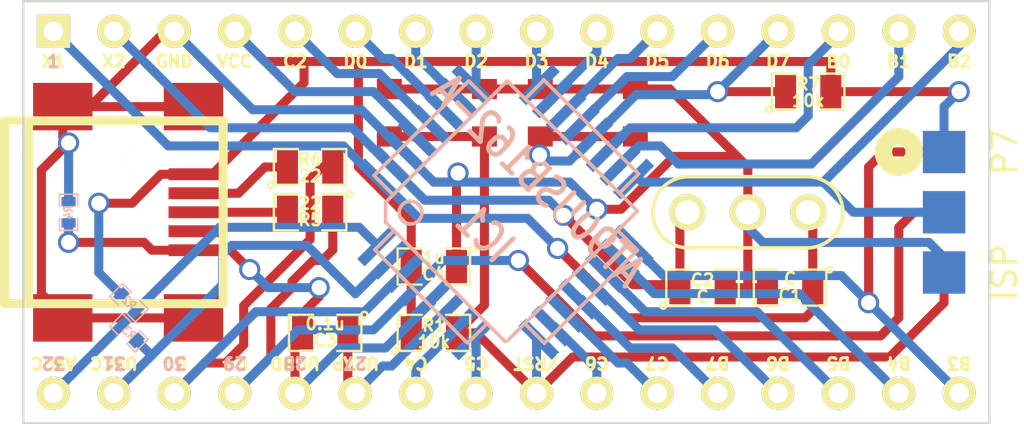
<source format=kicad_pcb>
(kicad_pcb (version 3) (host pcbnew "(2014-02-26 BZR 4721)-product")

  (general
    (links 77)
    (no_connects 0)
    (area 82.499999 95.199999 123.240001 113.080001)
    (thickness 1.6)
    (drawings 43)
    (tracks 309)
    (zones 0)
    (modules 21)
    (nets 36)
  )

  (page A4)
  (layers
    (15 F.Cu signal)
    (0 B.Cu signal)
    (16 B.Adhes user)
    (17 F.Adhes user)
    (18 B.Paste user)
    (19 F.Paste user)
    (20 B.SilkS user)
    (21 F.SilkS user)
    (22 B.Mask user)
    (23 F.Mask user)
    (24 Dwgs.User user)
    (25 Cmts.User user)
    (26 Eco1.User user)
    (27 Eco2.User user)
    (28 Edge.Cuts user)
  )

  (setup
    (last_trace_width 0.381)
    (user_trace_width 0.381)
    (user_trace_width 0.508)
    (trace_clearance 0.254)
    (zone_clearance 0.508)
    (zone_45_only no)
    (trace_min 0.254)
    (segment_width 0.2)
    (edge_width 0.1)
    (via_size 0.889)
    (via_drill 0.635)
    (via_min_size 0.889)
    (via_min_drill 0.508)
    (uvia_size 0.508)
    (uvia_drill 0.127)
    (uvias_allowed no)
    (uvia_min_size 0.508)
    (uvia_min_drill 0.127)
    (pcb_text_width 0.3)
    (pcb_text_size 1.5 1.5)
    (mod_edge_width 0.15)
    (mod_text_size 1 1)
    (mod_text_width 0.15)
    (pad_size 1.05 0.85)
    (pad_drill 0)
    (pad_to_mask_clearance 0)
    (aux_axis_origin 0 0)
    (visible_elements FFFFFF7F)
    (pcbplotparams
      (layerselection 3178497)
      (usegerberextensions true)
      (excludeedgelayer true)
      (linewidth 0.150000)
      (plotframeref false)
      (viasonmask false)
      (mode 1)
      (useauxorigin false)
      (hpglpennumber 1)
      (hpglpenspeed 20)
      (hpglpendiameter 15)
      (hpglpenoverlay 2)
      (psnegative false)
      (psa4output false)
      (plotreference true)
      (plotvalue true)
      (plotothertext true)
      (plotinvisibletext false)
      (padsonsilk false)
      (subtractmaskfromsilk false)
      (outputformat 1)
      (mirror false)
      (drillshape 1)
      (scaleselection 1)
      (outputdirectory ""))
  )

  (net 0 "")
  (net 1 /a1)
  (net 2 /a10)
  (net 3 /a11)
  (net 4 /a12)
  (net 5 /a13)
  (net 6 /a14)
  (net 7 /a15)
  (net 8 /a16)
  (net 9 /a17)
  (net 10 /a18)
  (net 11 /a19)
  (net 12 /a2)
  (net 13 /a20)
  (net 14 /a21)
  (net 15 /a22)
  (net 16 /a23)
  (net 17 /a24)
  (net 18 /a25)
  (net 19 /a26)
  (net 20 /a27)
  (net 21 /a28)
  (net 22 /a29)
  (net 23 /a30)
  (net 24 /a31)
  (net 25 /a32)
  (net 26 /a4)
  (net 27 /a5)
  (net 28 /a6)
  (net 29 /a7)
  (net 30 /a8)
  (net 31 /a9)
  (net 32 GND)
  (net 33 "Net-(CON1-Pad2)")
  (net 34 "Net-(CON1-Pad3)")
  (net 35 "Net-(CON1-Pad4)")

  (net_class Default "This is the default net class."
    (clearance 0.254)
    (trace_width 0.254)
    (via_dia 0.889)
    (via_drill 0.635)
    (uvia_dia 0.508)
    (uvia_drill 0.127)
    (add_net "")
    (add_net /a1)
    (add_net /a10)
    (add_net /a11)
    (add_net /a12)
    (add_net /a13)
    (add_net /a14)
    (add_net /a15)
    (add_net /a16)
    (add_net /a17)
    (add_net /a18)
    (add_net /a19)
    (add_net /a2)
    (add_net /a20)
    (add_net /a21)
    (add_net /a22)
    (add_net /a23)
    (add_net /a24)
    (add_net /a25)
    (add_net /a26)
    (add_net /a27)
    (add_net /a28)
    (add_net /a29)
    (add_net /a30)
    (add_net /a31)
    (add_net /a32)
    (add_net /a4)
    (add_net /a5)
    (add_net /a6)
    (add_net /a7)
    (add_net /a8)
    (add_net /a9)
    (add_net GND)
    (add_net "Net-(CON1-Pad2)")
    (add_net "Net-(CON1-Pad3)")
    (add_net "Net-(CON1-Pad4)")
  )

  (module conn:SIL-8 (layer F.Cu) (tedit 5384FD5A) (tstamp 5383A6F6)
    (at 113.03 96.52)
    (descr "Connecteur 8 pins")
    (tags "CONN DEV")
    (path /5383A0E4)
    (fp_text reference P3 (at -6.35 -2.54) (layer F.SilkS) hide
      (effects (font (size 1.72974 1.08712) (thickness 0.27178)))
    )
    (fp_text value CONN_8 (at 5.08 -2.54) (layer F.SilkS) hide
      (effects (font (size 1.524 1.016) (thickness 0.254)))
    )
    (pad 1 thru_hole circle (at -8.89 0) (size 1.397 1.397) (drill 0.8128) (layers *.Cu *.Mask F.SilkS)
      (net 31 /a9))
    (pad 2 thru_hole circle (at -6.35 0) (size 1.397 1.397) (drill 0.8128) (layers *.Cu *.Mask F.SilkS)
      (net 2 /a10))
    (pad 3 thru_hole circle (at -3.81 0) (size 1.397 1.397) (drill 0.8128) (layers *.Cu *.Mask F.SilkS)
      (net 3 /a11))
    (pad 4 thru_hole circle (at -1.27 0) (size 1.397 1.397) (drill 0.8128) (layers *.Cu *.Mask F.SilkS)
      (net 4 /a12))
    (pad 5 thru_hole circle (at 1.27 0) (size 1.397 1.397) (drill 0.8128) (layers *.Cu *.Mask F.SilkS)
      (net 5 /a13))
    (pad 6 thru_hole circle (at 3.81 0) (size 1.397 1.397) (drill 0.8128) (layers *.Cu *.Mask F.SilkS)
      (net 6 /a14))
    (pad 7 thru_hole circle (at 6.35 0) (size 1.397 1.397) (drill 0.8128) (layers *.Cu *.Mask F.SilkS)
      (net 7 /a15))
    (pad 8 thru_hole circle (at 8.89 0) (size 1.397 1.397) (drill 0.8128) (layers *.Cu *.Mask F.SilkS)
      (net 8 /a16))
  )

  (module conn:SIL-8 (layer F.Cu) (tedit 5384FD62) (tstamp 5383A6E5)
    (at 92.71 96.52)
    (descr "Connecteur 8 pins")
    (tags "CONN DEV")
    (path /5383A0D2)
    (fp_text reference P2 (at -6.35 -2.54) (layer F.SilkS) hide
      (effects (font (size 1.72974 1.08712) (thickness 0.27178)))
    )
    (fp_text value CONN_8 (at 5.08 -2.54) (layer F.SilkS) hide
      (effects (font (size 1.524 1.016) (thickness 0.254)))
    )
    (pad 1 thru_hole rect (at -8.89 0) (size 1.397 1.397) (drill 0.8128) (layers *.Cu *.Mask F.SilkS)
      (net 1 /a1))
    (pad 2 thru_hole circle (at -6.35 0) (size 1.397 1.397) (drill 0.8128) (layers *.Cu *.Mask F.SilkS)
      (net 12 /a2))
    (pad 3 thru_hole circle (at -3.81 0) (size 1.397 1.397) (drill 0.8128) (layers *.Cu *.Mask F.SilkS)
      (net 32 GND))
    (pad 4 thru_hole circle (at -1.27 0) (size 1.397 1.397) (drill 0.8128) (layers *.Cu *.Mask F.SilkS)
      (net 26 /a4))
    (pad 5 thru_hole circle (at 1.27 0) (size 1.397 1.397) (drill 0.8128) (layers *.Cu *.Mask F.SilkS)
      (net 27 /a5))
    (pad 6 thru_hole circle (at 3.81 0) (size 1.397 1.397) (drill 0.8128) (layers *.Cu *.Mask F.SilkS)
      (net 28 /a6))
    (pad 7 thru_hole circle (at 6.35 0) (size 1.397 1.397) (drill 0.8128) (layers *.Cu *.Mask F.SilkS)
      (net 29 /a7))
    (pad 8 thru_hole circle (at 8.89 0) (size 1.397 1.397) (drill 0.8128) (layers *.Cu *.Mask F.SilkS)
      (net 30 /a8))
  )

  (module conn:SIL-8 (layer F.Cu) (tedit 5384EA5C) (tstamp 5383A718)
    (at 92.71 111.76 180)
    (descr "Connecteur 8 pins")
    (tags "CONN DEV")
    (path /5383A11E)
    (fp_text reference P5 (at -6.35 -2.54 180) (layer F.SilkS) hide
      (effects (font (size 1.72974 1.08712) (thickness 0.27178)))
    )
    (fp_text value CONN_8 (at 5.08 -2.54 180) (layer F.SilkS) hide
      (effects (font (size 1.524 1.016) (thickness 0.254)))
    )
    (pad 1 thru_hole circle (at -8.89 0 180) (size 1.397 1.397) (drill 0.8128) (layers *.Cu *.Mask F.SilkS)
      (net 18 /a25))
    (pad 2 thru_hole circle (at -6.35 0 180) (size 1.397 1.397) (drill 0.8128) (layers *.Cu *.Mask F.SilkS)
      (net 19 /a26))
    (pad 3 thru_hole circle (at -3.81 0 180) (size 1.397 1.397) (drill 0.8128) (layers *.Cu *.Mask F.SilkS)
      (net 20 /a27))
    (pad 4 thru_hole circle (at -1.27 0 180) (size 1.397 1.397) (drill 0.8128) (layers *.Cu *.Mask F.SilkS)
      (net 21 /a28))
    (pad 5 thru_hole circle (at 1.27 0 180) (size 1.397 1.397) (drill 0.8128) (layers *.Cu *.Mask F.SilkS)
      (net 22 /a29))
    (pad 6 thru_hole circle (at 3.81 0 180) (size 1.397 1.397) (drill 0.8128) (layers *.Cu *.Mask F.SilkS)
      (net 23 /a30))
    (pad 7 thru_hole circle (at 6.35 0 180) (size 1.397 1.397) (drill 0.8128) (layers *.Cu *.Mask F.SilkS)
      (net 24 /a31))
    (pad 8 thru_hole circle (at 8.89 0 180) (size 1.397 1.397) (drill 0.8128) (layers *.Cu *.Mask F.SilkS)
      (net 25 /a32))
  )

  (module conn:SIL-8 (layer F.Cu) (tedit 5384F17B) (tstamp 5383A707)
    (at 113.03 111.76 180)
    (descr "Connecteur 8 pins")
    (tags "CONN DEV")
    (path /5383A113)
    (fp_text reference P4 (at -6.35 -2.54 180) (layer F.SilkS) hide
      (effects (font (size 1.72974 1.08712) (thickness 0.27178)))
    )
    (fp_text value CONN_8 (at 5.08 -2.54 180) (layer F.SilkS) hide
      (effects (font (size 1.524 1.016) (thickness 0.254)))
    )
    (pad 1 thru_hole circle (at -8.89 0 180) (size 1.397 1.397) (drill 0.8128) (layers *.Cu *.Mask F.SilkS)
      (net 9 /a17))
    (pad 2 thru_hole circle (at -6.35 0 180) (size 1.397 1.397) (drill 0.8128) (layers *.Cu *.Mask F.SilkS)
      (net 10 /a18))
    (pad 3 thru_hole circle (at -3.81 0 180) (size 1.397 1.397) (drill 0.8128) (layers *.Cu *.Mask F.SilkS)
      (net 11 /a19))
    (pad 4 thru_hole circle (at -1.27 0 180) (size 1.397 1.397) (drill 0.8128) (layers *.Cu *.Mask F.SilkS)
      (net 13 /a20))
    (pad 5 thru_hole circle (at 1.27 0 180) (size 1.397 1.397) (drill 0.8128) (layers *.Cu *.Mask F.SilkS)
      (net 14 /a21))
    (pad 6 thru_hole circle (at 3.81 0 180) (size 1.397 1.397) (drill 0.8128) (layers *.Cu *.Mask F.SilkS)
      (net 15 /a22))
    (pad 7 thru_hole circle (at 6.35 0 180) (size 1.397 1.397) (drill 0.8128) (layers *.Cu *.Mask F.SilkS)
      (net 16 /a23))
    (pad 8 thru_hole circle (at 8.89 0 180) (size 1.397 1.397) (drill 0.8128) (layers *.Cu *.Mask F.SilkS)
      (net 17 /a24))
  )

  (module cms:TQFP32 (layer B.Cu) (tedit 43A670DA) (tstamp 5383A69E)
    (at 102.87 104.14 315)
    (path /5383A972)
    (fp_text reference IC1 (at 0 1.27 315) (layer B.SilkS)
      (effects (font (size 1.27 1.016) (thickness 0.2032)) (justify mirror))
    )
    (fp_text value AT90USB162-A (at 0 -1.905 315) (layer B.SilkS)
      (effects (font (size 1.27 1.016) (thickness 0.2032)) (justify mirror))
    )
    (fp_line (start 5.0292 -2.7686) (end 3.8862 -2.7686) (layer B.SilkS) (width 0.1524))
    (fp_line (start 5.0292 2.7686) (end 3.9116 2.7686) (layer B.SilkS) (width 0.1524))
    (fp_line (start 5.0292 -2.7686) (end 5.0292 2.7686) (layer B.SilkS) (width 0.1524))
    (fp_line (start 2.794 -3.9624) (end 2.794 -5.0546) (layer B.SilkS) (width 0.1524))
    (fp_line (start -2.8194 -3.9878) (end -2.8194 -5.0546) (layer B.SilkS) (width 0.1524))
    (fp_line (start -2.8448 -5.0546) (end 2.794 -5.08) (layer B.SilkS) (width 0.1524))
    (fp_line (start -2.794 5.0292) (end 2.7178 5.0546) (layer B.SilkS) (width 0.1524))
    (fp_line (start -3.8862 3.2766) (end -3.8862 -3.9116) (layer B.SilkS) (width 0.1524))
    (fp_line (start 2.7432 5.0292) (end 2.7432 3.9878) (layer B.SilkS) (width 0.1524))
    (fp_line (start -3.2512 3.8862) (end 3.81 3.8862) (layer B.SilkS) (width 0.1524))
    (fp_line (start 3.8608 -3.937) (end 3.8608 3.7846) (layer B.SilkS) (width 0.1524))
    (fp_line (start -3.8862 -3.937) (end 3.7338 -3.937) (layer B.SilkS) (width 0.1524))
    (fp_line (start -5.0292 2.8448) (end -5.0292 -2.794) (layer B.SilkS) (width 0.1524))
    (fp_line (start -5.0292 -2.794) (end -3.8862 -2.794) (layer B.SilkS) (width 0.1524))
    (fp_line (start -3.87604 3.302) (end -3.29184 3.8862) (layer B.SilkS) (width 0.1524))
    (fp_line (start -5.02412 2.8448) (end -3.87604 2.8448) (layer B.SilkS) (width 0.1524))
    (fp_line (start -2.794 3.8862) (end -2.794 5.03428) (layer B.SilkS) (width 0.1524))
    (fp_circle (center -2.83972 2.86004) (end -2.43332 2.60604) (layer B.SilkS) (width 0.1524))
    (pad 8 smd rect (at -4.81584 -2.77622 315) (size 1.99898 0.44958) (layers B.Cu B.Paste B.Mask)
      (net 30 /a8))
    (pad 7 smd rect (at -4.81584 -1.97612 315) (size 1.99898 0.44958) (layers B.Cu B.Paste B.Mask)
      (net 29 /a7))
    (pad 6 smd rect (at -4.81584 -1.17602 315) (size 1.99898 0.44958) (layers B.Cu B.Paste B.Mask)
      (net 28 /a6))
    (pad 5 smd rect (at -4.81584 -0.37592 315) (size 1.99898 0.44958) (layers B.Cu B.Paste B.Mask)
      (net 27 /a5))
    (pad 4 smd rect (at -4.81584 0.42418 315) (size 1.99898 0.44958) (layers B.Cu B.Paste B.Mask)
      (net 26 /a4))
    (pad 3 smd rect (at -4.81584 1.22428 315) (size 1.99898 0.44958) (layers B.Cu B.Paste B.Mask)
      (net 32 GND))
    (pad 2 smd rect (at -4.81584 2.02438 315) (size 1.99898 0.44958) (layers B.Cu B.Paste B.Mask)
      (net 12 /a2))
    (pad 1 smd rect (at -4.81584 2.82448 315) (size 1.99898 0.44958) (layers B.Cu B.Paste B.Mask)
      (net 1 /a1))
    (pad 24 smd rect (at 4.7498 2.8194 315) (size 1.99898 0.44958) (layers B.Cu B.Paste B.Mask)
      (net 17 /a24))
    (pad 17 smd rect (at 4.7498 -2.794 315) (size 1.99898 0.44958) (layers B.Cu B.Paste B.Mask)
      (net 9 /a17))
    (pad 18 smd rect (at 4.7498 -1.9812 315) (size 1.99898 0.44958) (layers B.Cu B.Paste B.Mask)
      (net 10 /a18))
    (pad 19 smd rect (at 4.7498 -1.1684 315) (size 1.99898 0.44958) (layers B.Cu B.Paste B.Mask)
      (net 11 /a19))
    (pad 20 smd rect (at 4.7498 -0.381 315) (size 1.99898 0.44958) (layers B.Cu B.Paste B.Mask)
      (net 13 /a20))
    (pad 21 smd rect (at 4.7498 0.4318 315) (size 1.99898 0.44958) (layers B.Cu B.Paste B.Mask)
      (net 14 /a21))
    (pad 22 smd rect (at 4.7498 1.2192 315) (size 1.99898 0.44958) (layers B.Cu B.Paste B.Mask)
      (net 15 /a22))
    (pad 23 smd rect (at 4.7498 2.032 315) (size 1.99898 0.44958) (layers B.Cu B.Paste B.Mask)
      (net 16 /a23))
    (pad 32 smd rect (at -2.82448 4.826 315) (size 0.44958 1.99898) (layers B.Cu B.Paste B.Mask)
      (net 25 /a32))
    (pad 31 smd rect (at -2.02692 4.826 315) (size 0.44958 1.99898) (layers B.Cu B.Paste B.Mask)
      (net 24 /a31))
    (pad 30 smd rect (at -1.22428 4.826 315) (size 0.44958 1.99898) (layers B.Cu B.Paste B.Mask)
      (net 23 /a30))
    (pad 29 smd rect (at -0.42672 4.826 315) (size 0.44958 1.99898) (layers B.Cu B.Paste B.Mask)
      (net 22 /a29))
    (pad 28 smd rect (at 0.37592 4.826 315) (size 0.44958 1.99898) (layers B.Cu B.Paste B.Mask)
      (net 21 /a28))
    (pad 27 smd rect (at 1.17348 4.826 315) (size 0.44958 1.99898) (layers B.Cu B.Paste B.Mask)
      (net 20 /a27))
    (pad 26 smd rect (at 1.97612 4.826 315) (size 0.44958 1.99898) (layers B.Cu B.Paste B.Mask)
      (net 19 /a26))
    (pad 25 smd rect (at 2.77368 4.826 315) (size 0.44958 1.99898) (layers B.Cu B.Paste B.Mask)
      (net 18 /a25))
    (pad 9 smd rect (at -2.8194 -4.7752 315) (size 0.44958 1.99898) (layers B.Cu B.Paste B.Mask)
      (net 31 /a9))
    (pad 10 smd rect (at -2.032 -4.7752 315) (size 0.44958 1.99898) (layers B.Cu B.Paste B.Mask)
      (net 2 /a10))
    (pad 11 smd rect (at -1.2192 -4.7752 315) (size 0.44958 1.99898) (layers B.Cu B.Paste B.Mask)
      (net 3 /a11))
    (pad 12 smd rect (at -0.4318 -4.7752 315) (size 0.44958 1.99898) (layers B.Cu B.Paste B.Mask)
      (net 4 /a12))
    (pad 13 smd rect (at 0.3556 -4.7752 315) (size 0.44958 1.99898) (layers B.Cu B.Paste B.Mask)
      (net 5 /a13))
    (pad 14 smd rect (at 1.1684 -4.7752 315) (size 0.44958 1.99898) (layers B.Cu B.Paste B.Mask)
      (net 6 /a14))
    (pad 15 smd rect (at 1.9812 -4.7752 315) (size 0.44958 1.99898) (layers B.Cu B.Paste B.Mask)
      (net 7 /a15))
    (pad 16 smd rect (at 2.794 -4.7752 315) (size 0.44958 1.99898) (layers B.Cu B.Paste B.Mask)
      (net 8 /a16))
    (model smd/tqfp32.wrl
      (at (xyz 0 0 0))
      (scale (xyz 1 1 1))
      (rotate (xyz 0 0 0))
    )
  )

  (module custom:USB_MINI_B_fixed (layer F.Cu) (tedit 5384EA54) (tstamp 53841F0C)
    (at 86.36 104.14)
    (descr "USB Mini-B 5-pin SMD connector")
    (tags "USB, Mini-B, connector")
    (path /5383AE73)
    (fp_text reference CON1 (at 0 6.90118) (layer F.SilkS) hide
      (effects (font (size 1.016 1.016) (thickness 0.2032)))
    )
    (fp_text value USB-MINI-B (at 0 -7.0993) (layer F.SilkS) hide
      (effects (font (size 1.016 1.016) (thickness 0.2032)))
    )
    (fp_line (start -3.59918 -3.85064) (end -3.59918 3.85064) (layer F.SilkS) (width 0.381))
    (fp_line (start -4.59994 -3.85064) (end -4.59994 3.85064) (layer F.SilkS) (width 0.381))
    (fp_line (start -4.59994 3.85064) (end 4.59994 3.85064) (layer F.SilkS) (width 0.381))
    (fp_line (start 4.59994 3.85064) (end 4.59994 -3.85064) (layer F.SilkS) (width 0.381))
    (fp_line (start 4.59994 -3.85064) (end -4.59994 -3.85064) (layer F.SilkS) (width 0.381))
    (pad 1 smd rect (at 3.44932 -1.6002) (size 2.30124 0.50038) (layers F.Cu F.Paste F.Mask)
      (net 26 /a4))
    (pad 2 smd rect (at 3.44932 -0.8001) (size 2.30124 0.50038) (layers F.Cu F.Paste F.Mask)
      (net 33 "Net-(CON1-Pad2)"))
    (pad 3 smd rect (at 3.44932 0) (size 2.30124 0.50038) (layers F.Cu F.Paste F.Mask)
      (net 34 "Net-(CON1-Pad3)"))
    (pad 4 smd rect (at 3.44932 0.8001) (size 2.30124 0.50038) (layers F.Cu F.Paste F.Mask)
      (net 35 "Net-(CON1-Pad4)"))
    (pad 5 smd rect (at 3.44932 1.6002) (size 2.30124 0.50038) (layers F.Cu F.Paste F.Mask)
      (net 21 /a28))
    (pad 6 smd rect (at 3.35026 -4.45008) (size 2.49936 1.99898) (layers F.Cu F.Paste F.Mask)
      (net 32 GND))
    (pad 7 smd rect (at -2.14884 -4.45008) (size 2.49936 1.99898) (layers F.Cu F.Paste F.Mask)
      (net 32 GND))
    (pad 8 smd rect (at 3.35026 4.45008) (size 2.49936 1.99898) (layers F.Cu F.Paste F.Mask)
      (net 32 GND))
    (pad 9 smd rect (at -2.14884 4.45008) (size 2.49936 1.99898) (layers F.Cu F.Paste F.Mask)
      (net 32 GND))
    (pad "" np_thru_hole circle (at 0.8509 -2.19964) (size 0.89916 0.89916) (drill 0.89916) (layers *.Cu *.Mask F.SilkS))
    (pad "" np_thru_hole circle (at 0.8509 2.19964) (size 0.89916 0.89916) (drill 0.89916) (layers *.Cu *.Mask F.SilkS))
  )

  (module cms:SM0805 (layer F.Cu) (tedit 5091495C) (tstamp 538504CE)
    (at 114.808 107.315 180)
    (path /5384F1DD)
    (attr smd)
    (fp_text reference C1 (at 0 -0.3175 180) (layer F.SilkS)
      (effects (font (size 0.50038 0.50038) (thickness 0.10922)))
    )
    (fp_text value C (at 0 0.381 180) (layer F.SilkS)
      (effects (font (size 0.50038 0.50038) (thickness 0.10922)))
    )
    (fp_circle (center -1.651 0.762) (end -1.651 0.635) (layer F.SilkS) (width 0.09906))
    (fp_line (start -0.508 0.762) (end -1.524 0.762) (layer F.SilkS) (width 0.09906))
    (fp_line (start -1.524 0.762) (end -1.524 -0.762) (layer F.SilkS) (width 0.09906))
    (fp_line (start -1.524 -0.762) (end -0.508 -0.762) (layer F.SilkS) (width 0.09906))
    (fp_line (start 0.508 -0.762) (end 1.524 -0.762) (layer F.SilkS) (width 0.09906))
    (fp_line (start 1.524 -0.762) (end 1.524 0.762) (layer F.SilkS) (width 0.09906))
    (fp_line (start 1.524 0.762) (end 0.508 0.762) (layer F.SilkS) (width 0.09906))
    (pad 1 smd rect (at -0.9525 0 180) (size 0.889 1.397) (layers F.Cu F.Paste F.Mask)
      (net 1 /a1))
    (pad 2 smd rect (at 0.9525 0 180) (size 0.889 1.397) (layers F.Cu F.Paste F.Mask)
      (net 32 GND))
    (model smd/chip_cms.wrl
      (at (xyz 0 0 0))
      (scale (xyz 0.1 0.1 0.1))
      (rotate (xyz 0 0 0))
    )
  )

  (module cms:SM0805 (layer F.Cu) (tedit 5091495C) (tstamp 538504C0)
    (at 111.125 107.315)
    (path /5384F1EF)
    (attr smd)
    (fp_text reference C2 (at 0 -0.3175) (layer F.SilkS)
      (effects (font (size 0.50038 0.50038) (thickness 0.10922)))
    )
    (fp_text value C (at 0 0.381) (layer F.SilkS)
      (effects (font (size 0.50038 0.50038) (thickness 0.10922)))
    )
    (fp_circle (center -1.651 0.762) (end -1.651 0.635) (layer F.SilkS) (width 0.09906))
    (fp_line (start -0.508 0.762) (end -1.524 0.762) (layer F.SilkS) (width 0.09906))
    (fp_line (start -1.524 0.762) (end -1.524 -0.762) (layer F.SilkS) (width 0.09906))
    (fp_line (start -1.524 -0.762) (end -0.508 -0.762) (layer F.SilkS) (width 0.09906))
    (fp_line (start 0.508 -0.762) (end 1.524 -0.762) (layer F.SilkS) (width 0.09906))
    (fp_line (start 1.524 -0.762) (end 1.524 0.762) (layer F.SilkS) (width 0.09906))
    (fp_line (start 1.524 0.762) (end 0.508 0.762) (layer F.SilkS) (width 0.09906))
    (pad 1 smd rect (at -0.9525 0) (size 0.889 1.397) (layers F.Cu F.Paste F.Mask)
      (net 12 /a2))
    (pad 2 smd rect (at 0.9525 0) (size 0.889 1.397) (layers F.Cu F.Paste F.Mask)
      (net 32 GND))
    (model smd/chip_cms.wrl
      (at (xyz 0 0 0))
      (scale (xyz 0.1 0.1 0.1))
      (rotate (xyz 0 0 0))
    )
  )

  (module cms:SM0805 (layer F.Cu) (tedit 5091495C) (tstamp 53854F89)
    (at 95.25 109.22 180)
    (path /53850024)
    (attr smd)
    (fp_text reference C3 (at 0 -0.3175 180) (layer F.SilkS)
      (effects (font (size 0.50038 0.50038) (thickness 0.10922)))
    )
    (fp_text value 0.1u (at 0 0.381 180) (layer F.SilkS)
      (effects (font (size 0.50038 0.50038) (thickness 0.10922)))
    )
    (fp_circle (center -1.651 0.762) (end -1.651 0.635) (layer F.SilkS) (width 0.09906))
    (fp_line (start -0.508 0.762) (end -1.524 0.762) (layer F.SilkS) (width 0.09906))
    (fp_line (start -1.524 0.762) (end -1.524 -0.762) (layer F.SilkS) (width 0.09906))
    (fp_line (start -1.524 -0.762) (end -0.508 -0.762) (layer F.SilkS) (width 0.09906))
    (fp_line (start 0.508 -0.762) (end 1.524 -0.762) (layer F.SilkS) (width 0.09906))
    (fp_line (start 1.524 -0.762) (end 1.524 0.762) (layer F.SilkS) (width 0.09906))
    (fp_line (start 1.524 0.762) (end 0.508 0.762) (layer F.SilkS) (width 0.09906))
    (pad 1 smd rect (at -0.9525 0 180) (size 0.889 1.397) (layers F.Cu F.Paste F.Mask)
      (net 20 /a27))
    (pad 2 smd rect (at 0.9525 0 180) (size 0.889 1.397) (layers F.Cu F.Paste F.Mask)
      (net 21 /a28))
    (model smd/chip_cms.wrl
      (at (xyz 0 0 0))
      (scale (xyz 0.1 0.1 0.1))
      (rotate (xyz 0 0 0))
    )
  )

  (module cms:SM0805 (layer F.Cu) (tedit 5091495C) (tstamp 53854FA1)
    (at 99.822 109.22)
    (path /5384ED29)
    (attr smd)
    (fp_text reference R1 (at 0 -0.3175) (layer F.SilkS)
      (effects (font (size 0.50038 0.50038) (thickness 0.10922)))
    )
    (fp_text value 10k (at 0 0.381) (layer F.SilkS)
      (effects (font (size 0.50038 0.50038) (thickness 0.10922)))
    )
    (fp_circle (center -1.651 0.762) (end -1.651 0.635) (layer F.SilkS) (width 0.09906))
    (fp_line (start -0.508 0.762) (end -1.524 0.762) (layer F.SilkS) (width 0.09906))
    (fp_line (start -1.524 0.762) (end -1.524 -0.762) (layer F.SilkS) (width 0.09906))
    (fp_line (start -1.524 -0.762) (end -0.508 -0.762) (layer F.SilkS) (width 0.09906))
    (fp_line (start 0.508 -0.762) (end 1.524 -0.762) (layer F.SilkS) (width 0.09906))
    (fp_line (start 1.524 -0.762) (end 1.524 0.762) (layer F.SilkS) (width 0.09906))
    (fp_line (start 1.524 0.762) (end 0.508 0.762) (layer F.SilkS) (width 0.09906))
    (pad 1 smd rect (at -0.9525 0) (size 0.889 1.397) (layers F.Cu F.Paste F.Mask)
      (net 26 /a4))
    (pad 2 smd rect (at 0.9525 0) (size 0.889 1.397) (layers F.Cu F.Paste F.Mask)
      (net 17 /a24))
    (model smd/chip_cms.wrl
      (at (xyz 0 0 0))
      (scale (xyz 0.1 0.1 0.1))
      (rotate (xyz 0 0 0))
    )
  )

  (module cms:SM0402_r (layer B.Cu) (tedit 5141C458) (tstamp 53854FAD)
    (at 86.995 107.95 315)
    (path /5384F97D)
    (attr smd)
    (fp_text reference R2 (at 0 0 315) (layer B.SilkS)
      (effects (font (size 0.35052 0.3048) (thickness 0.07112)) (justify mirror))
    )
    (fp_text value 0 (at 0.09906 0 315) (layer B.SilkS) hide
      (effects (font (size 0.35052 0.3048) (thickness 0.07112)) (justify mirror))
    )
    (fp_line (start -0.254 0.381) (end -0.762 0.381) (layer B.SilkS) (width 0.07112))
    (fp_line (start -0.762 0.381) (end -0.762 -0.381) (layer B.SilkS) (width 0.07112))
    (fp_line (start -0.762 -0.381) (end -0.254 -0.381) (layer B.SilkS) (width 0.07112))
    (fp_line (start 0.254 0.381) (end 0.762 0.381) (layer B.SilkS) (width 0.07112))
    (fp_line (start 0.762 0.381) (end 0.762 -0.381) (layer B.SilkS) (width 0.07112))
    (fp_line (start 0.762 -0.381) (end 0.254 -0.381) (layer B.SilkS) (width 0.07112))
    (pad 1 smd rect (at -0.44958 0 315) (size 0.39878 0.59944) (layers B.Cu B.Paste B.Mask)
      (net 26 /a4))
    (pad 2 smd rect (at 0.44958 0 315) (size 0.39878 0.59944) (layers B.Cu B.Paste B.Mask)
      (net 25 /a32))
    (model smd/resistors/R0402.wrl
      (at (xyz 0 0 0))
      (scale (xyz 0.27 0.27 0.27))
      (rotate (xyz 0 0 0))
    )
  )

  (module cms:SM0402_r (layer B.Cu) (tedit 5141C458) (tstamp 53854FB9)
    (at 86.995 109.22 135)
    (path /5384F994)
    (attr smd)
    (fp_text reference R3 (at 0 0 135) (layer B.SilkS)
      (effects (font (size 0.35052 0.3048) (thickness 0.07112)) (justify mirror))
    )
    (fp_text value 0 (at 0.09906 0 135) (layer B.SilkS) hide
      (effects (font (size 0.35052 0.3048) (thickness 0.07112)) (justify mirror))
    )
    (fp_line (start -0.254 0.381) (end -0.762 0.381) (layer B.SilkS) (width 0.07112))
    (fp_line (start -0.762 0.381) (end -0.762 -0.381) (layer B.SilkS) (width 0.07112))
    (fp_line (start -0.762 -0.381) (end -0.254 -0.381) (layer B.SilkS) (width 0.07112))
    (fp_line (start 0.254 0.381) (end 0.762 0.381) (layer B.SilkS) (width 0.07112))
    (fp_line (start 0.762 0.381) (end 0.762 -0.381) (layer B.SilkS) (width 0.07112))
    (fp_line (start 0.762 -0.381) (end 0.254 -0.381) (layer B.SilkS) (width 0.07112))
    (pad 1 smd rect (at -0.44958 0 135) (size 0.39878 0.59944) (layers B.Cu B.Paste B.Mask)
      (net 24 /a31))
    (pad 2 smd rect (at 0.44958 0 135) (size 0.39878 0.59944) (layers B.Cu B.Paste B.Mask)
      (net 25 /a32))
    (model smd/resistors/R0402.wrl
      (at (xyz 0 0 0))
      (scale (xyz 0.27 0.27 0.27))
      (rotate (xyz 0 0 0))
    )
  )

  (module cms:SM0402_r (layer B.Cu) (tedit 5141C458) (tstamp 53854FC5)
    (at 84.455 104.14 270)
    (path /5384FE1C)
    (attr smd)
    (fp_text reference R4 (at 0 0 270) (layer B.SilkS)
      (effects (font (size 0.35052 0.3048) (thickness 0.07112)) (justify mirror))
    )
    (fp_text value 0 (at 0.09906 0 270) (layer B.SilkS) hide
      (effects (font (size 0.35052 0.3048) (thickness 0.07112)) (justify mirror))
    )
    (fp_line (start -0.254 0.381) (end -0.762 0.381) (layer B.SilkS) (width 0.07112))
    (fp_line (start -0.762 0.381) (end -0.762 -0.381) (layer B.SilkS) (width 0.07112))
    (fp_line (start -0.762 -0.381) (end -0.254 -0.381) (layer B.SilkS) (width 0.07112))
    (fp_line (start 0.254 0.381) (end 0.762 0.381) (layer B.SilkS) (width 0.07112))
    (fp_line (start 0.762 0.381) (end 0.762 -0.381) (layer B.SilkS) (width 0.07112))
    (fp_line (start 0.762 -0.381) (end 0.254 -0.381) (layer B.SilkS) (width 0.07112))
    (pad 1 smd rect (at -0.44958 0 270) (size 0.39878 0.59944) (layers B.Cu B.Paste B.Mask)
      (net 32 GND))
    (pad 2 smd rect (at 0.44958 0 270) (size 0.39878 0.59944) (layers B.Cu B.Paste B.Mask)
      (net 21 /a28))
    (model smd/resistors/R0402.wrl
      (at (xyz 0 0 0))
      (scale (xyz 0.27 0.27 0.27))
      (rotate (xyz 0 0 0))
    )
  )

  (module custom:CRYSTAL_RESONATOR (layer F.Cu) (tedit 53850784) (tstamp 5385510B)
    (at 113.03 104.14 180)
    (tags "XTAL RESONATOR")
    (path /5384EFA0)
    (fp_text reference X1 (at 0.254 -2.159 180) (layer F.SilkS) hide
      (effects (font (size 1.016 1.016) (thickness 0.1524)))
    )
    (fp_text value CRYSTAL_RESONATOR (at -1.27 -1.016 180) (layer F.SilkS) hide
      (effects (font (size 0.508 0.508) (thickness 0.127)))
    )
    (fp_line (start 2.5 1.5) (end -2.5 1.5) (layer F.SilkS) (width 0.15))
    (fp_line (start -2.5 -1.5) (end 2.5 -1.5) (layer F.SilkS) (width 0.15))
    (fp_arc (start 2.5 0) (end 2.5 -1.5) (angle 180) (layer F.SilkS) (width 0.15))
    (fp_arc (start -2.5 0) (end -2.5 1.5) (angle 180) (layer F.SilkS) (width 0.15))
    (pad 1 thru_hole circle (at -2.54 0 180) (size 1.524 1.524) (drill 1.016) (layers *.Cu *.Mask F.SilkS)
      (net 1 /a1))
    (pad 2 thru_hole circle (at 2.54 0 180) (size 1.524 1.524) (drill 1.016) (layers *.Cu *.Mask F.SilkS)
      (net 12 /a2))
    (pad 3 thru_hole circle (at 0 0 180) (size 1.524 1.524) (drill 1.016) (layers *.Cu *.Mask F.SilkS)
      (net 32 GND))
    (model pin_array/pins_array_3x1.wrl
      (at (xyz 0 0 0))
      (scale (xyz 1 1 1))
      (rotate (xyz 0 0 0))
    )
  )

  (module cms:SM0805 (layer F.Cu) (tedit 5091495C) (tstamp 538CF59F)
    (at 94.615 104.14 180)
    (path /538CF296)
    (attr smd)
    (fp_text reference R5 (at 0 -0.3175 180) (layer F.SilkS)
      (effects (font (size 0.50038 0.50038) (thickness 0.10922)))
    )
    (fp_text value 22 (at 0 0.381 180) (layer F.SilkS)
      (effects (font (size 0.50038 0.50038) (thickness 0.10922)))
    )
    (fp_circle (center -1.651 0.762) (end -1.651 0.635) (layer F.SilkS) (width 0.09906))
    (fp_line (start -0.508 0.762) (end -1.524 0.762) (layer F.SilkS) (width 0.09906))
    (fp_line (start -1.524 0.762) (end -1.524 -0.762) (layer F.SilkS) (width 0.09906))
    (fp_line (start -1.524 -0.762) (end -0.508 -0.762) (layer F.SilkS) (width 0.09906))
    (fp_line (start 0.508 -0.762) (end 1.524 -0.762) (layer F.SilkS) (width 0.09906))
    (fp_line (start 1.524 -0.762) (end 1.524 0.762) (layer F.SilkS) (width 0.09906))
    (fp_line (start 1.524 0.762) (end 0.508 0.762) (layer F.SilkS) (width 0.09906))
    (pad 1 smd rect (at -0.9525 0 180) (size 0.889 1.397) (layers F.Cu F.Paste F.Mask)
      (net 22 /a29))
    (pad 2 smd rect (at 0.9525 0 180) (size 0.889 1.397) (layers F.Cu F.Paste F.Mask)
      (net 34 "Net-(CON1-Pad3)"))
    (model smd/chip_cms.wrl
      (at (xyz 0 0 0))
      (scale (xyz 0.1 0.1 0.1))
      (rotate (xyz 0 0 0))
    )
  )

  (module cms:SM0805 (layer F.Cu) (tedit 5091495C) (tstamp 538CF5AC)
    (at 94.615 102.235)
    (path /538CF2B4)
    (attr smd)
    (fp_text reference R6 (at 0 -0.3175) (layer F.SilkS)
      (effects (font (size 0.50038 0.50038) (thickness 0.10922)))
    )
    (fp_text value 22 (at 0 0.381) (layer F.SilkS)
      (effects (font (size 0.50038 0.50038) (thickness 0.10922)))
    )
    (fp_circle (center -1.651 0.762) (end -1.651 0.635) (layer F.SilkS) (width 0.09906))
    (fp_line (start -0.508 0.762) (end -1.524 0.762) (layer F.SilkS) (width 0.09906))
    (fp_line (start -1.524 0.762) (end -1.524 -0.762) (layer F.SilkS) (width 0.09906))
    (fp_line (start -1.524 -0.762) (end -0.508 -0.762) (layer F.SilkS) (width 0.09906))
    (fp_line (start 0.508 -0.762) (end 1.524 -0.762) (layer F.SilkS) (width 0.09906))
    (fp_line (start 1.524 -0.762) (end 1.524 0.762) (layer F.SilkS) (width 0.09906))
    (fp_line (start 1.524 0.762) (end 0.508 0.762) (layer F.SilkS) (width 0.09906))
    (pad 1 smd rect (at -0.9525 0) (size 0.889 1.397) (layers F.Cu F.Paste F.Mask)
      (net 33 "Net-(CON1-Pad2)"))
    (pad 2 smd rect (at 0.9525 0) (size 0.889 1.397) (layers F.Cu F.Paste F.Mask)
      (net 23 /a30))
    (model smd/chip_cms.wrl
      (at (xyz 0 0 0))
      (scale (xyz 0.1 0.1 0.1))
      (rotate (xyz 0 0 0))
    )
  )

  (module cms:SM0805 (layer F.Cu) (tedit 5091495C) (tstamp 538CF5B9)
    (at 115.57 99.06)
    (path /538CF673)
    (attr smd)
    (fp_text reference R7 (at 0 -0.3175) (layer F.SilkS)
      (effects (font (size 0.50038 0.50038) (thickness 0.10922)))
    )
    (fp_text value 10k (at 0 0.381) (layer F.SilkS)
      (effects (font (size 0.50038 0.50038) (thickness 0.10922)))
    )
    (fp_circle (center -1.651 0.762) (end -1.651 0.635) (layer F.SilkS) (width 0.09906))
    (fp_line (start -0.508 0.762) (end -1.524 0.762) (layer F.SilkS) (width 0.09906))
    (fp_line (start -1.524 0.762) (end -1.524 -0.762) (layer F.SilkS) (width 0.09906))
    (fp_line (start -1.524 -0.762) (end -0.508 -0.762) (layer F.SilkS) (width 0.09906))
    (fp_line (start 0.508 -0.762) (end 1.524 -0.762) (layer F.SilkS) (width 0.09906))
    (fp_line (start 1.524 -0.762) (end 1.524 0.762) (layer F.SilkS) (width 0.09906))
    (fp_line (start 1.524 0.762) (end 0.508 0.762) (layer F.SilkS) (width 0.09906))
    (pad 1 smd rect (at -0.9525 0) (size 0.889 1.397) (layers F.Cu F.Paste F.Mask)
      (net 5 /a13))
    (pad 2 smd rect (at 0.9525 0) (size 0.889 1.397) (layers F.Cu F.Paste F.Mask)
      (net 26 /a4))
    (model smd/chip_cms.wrl
      (at (xyz 0 0 0))
      (scale (xyz 0.1 0.1 0.1))
      (rotate (xyz 0 0 0))
    )
  )

  (module custom:ISP_EDGE (layer F.Cu) (tedit 5387518B) (tstamp 538CF6DD)
    (at 123.825 104.14 90)
    (path /5384F4AD)
    (fp_text reference P7 (at 2.54 0 90) (layer F.SilkS)
      (effects (font (size 1 1) (thickness 0.15)))
    )
    (fp_text value ISP (at -2.54 0 90) (layer F.SilkS)
      (effects (font (size 1 1) (thickness 0.15)))
    )
    (fp_circle (center 2.54 -4.445) (end 2.667 -3.81) (layer F.SilkS) (width 0.738))
    (pad 5 smd rect (at -2.54 -2.54 90) (size 1.778 1.778) (layers F.Cu F.Paste F.Mask)
      (net 17 /a24))
    (pad 3 smd rect (at 0 -2.54 90) (size 1.778 1.778) (layers F.Cu F.Paste F.Mask)
      (net 22 /a29))
    (pad 1 smd rect (at 2.54 -2.54 90) (size 1.778 1.778) (layers F.Cu F.Paste F.Mask)
      (net 9 /a17))
    (pad 6 smd rect (at -2.54 -2.54 90) (size 1.778 1.778) (layers B.Cu F.Paste F.Mask)
      (net 32 GND))
    (pad 4 smd rect (at 0 -2.54 90) (size 1.778 1.778) (layers B.Cu F.Paste F.Mask)
      (net 8 /a16))
    (pad 2 smd rect (at 2.54 -2.54 90) (size 1.778 1.778) (layers B.Cu F.Paste F.Mask)
      (net 26 /a4))
  )

  (module custom:sw_42_32 (layer F.Cu) (tedit 538CFB59) (tstamp 538CF5C9)
    (at 106.299 99.949)
    (path /538CF162)
    (fp_text reference SW2 (at -0.25 -1.25) (layer F.SilkS) hide
      (effects (font (size 1 1) (thickness 0.15)))
    )
    (fp_text value SW_PUSH_SMALL (at 0 0) (layer F.SilkS) hide
      (effects (font (size 1 1) (thickness 0.15)))
    )
    (pad 1 smd rect (at -2 -1) (size 1.05 0.85) (layers F.Cu F.Paste F.Mask)
      (net 32 GND))
    (pad 1 smd rect (at 2 -1) (size 1.05 0.85) (layers F.Cu F.Paste F.Mask)
      (net 32 GND))
    (pad 2 smd rect (at -2 1) (size 1.05 0.85) (layers F.Cu F.Paste F.Mask)
      (net 5 /a13))
    (pad 2 smd rect (at 2 1) (size 1.05 0.85) (layers F.Cu F.Paste F.Mask)
      (net 5 /a13))
  )

  (module custom:sw_42_32 (layer F.Cu) (tedit 538CFB4D) (tstamp 538CF5C1)
    (at 99.949 99.949)
    (path /538CF536)
    (fp_text reference SW1 (at -0.25 -1.25) (layer F.SilkS) hide
      (effects (font (size 1 1) (thickness 0.15)))
    )
    (fp_text value SW_PUSH_SMALL (at 0 0) (layer F.SilkS) hide
      (effects (font (size 1 1) (thickness 0.15)))
    )
    (pad 1 smd rect (at -2 -1) (size 1.05 0.85) (layers F.Cu F.Paste F.Mask)
      (net 32 GND))
    (pad 1 smd rect (at 2 -1) (size 1.05 0.85) (layers F.Cu F.Paste F.Mask)
      (net 32 GND))
    (pad 2 smd rect (at -2 1) (size 1.05 0.85) (layers F.Cu F.Paste F.Mask)
      (net 17 /a24))
    (pad 2 smd rect (at 2 1) (size 1.05 0.85) (layers F.Cu F.Paste F.Mask)
      (net 17 /a24))
  )

  (module cms:SM0805 (layer F.Cu) (tedit 5091495C) (tstamp 5390AEC7)
    (at 99.822 106.426 180)
    (path /5390AF13)
    (attr smd)
    (fp_text reference C4 (at 0 -0.3175 180) (layer F.SilkS)
      (effects (font (size 0.50038 0.50038) (thickness 0.10922)))
    )
    (fp_text value 1u (at 0 0.381 180) (layer F.SilkS)
      (effects (font (size 0.50038 0.50038) (thickness 0.10922)))
    )
    (fp_circle (center -1.651 0.762) (end -1.651 0.635) (layer F.SilkS) (width 0.09906))
    (fp_line (start -0.508 0.762) (end -1.524 0.762) (layer F.SilkS) (width 0.09906))
    (fp_line (start -1.524 0.762) (end -1.524 -0.762) (layer F.SilkS) (width 0.09906))
    (fp_line (start -1.524 -0.762) (end -0.508 -0.762) (layer F.SilkS) (width 0.09906))
    (fp_line (start 0.508 -0.762) (end 1.524 -0.762) (layer F.SilkS) (width 0.09906))
    (fp_line (start 1.524 -0.762) (end 1.524 0.762) (layer F.SilkS) (width 0.09906))
    (fp_line (start 1.524 0.762) (end 0.508 0.762) (layer F.SilkS) (width 0.09906))
    (pad 1 smd rect (at -0.9525 0 180) (size 0.889 1.397) (layers F.Cu F.Paste F.Mask)
      (net 32 GND))
    (pad 2 smd rect (at 0.9525 0 180) (size 0.889 1.397) (layers F.Cu F.Paste F.Mask)
      (net 26 /a4))
    (model smd/chip_cms.wrl
      (at (xyz 0 0 0))
      (scale (xyz 0.1 0.1 0.1))
      (rotate (xyz 0 0 0))
    )
  )

  (gr_text 27 (at 96.52 110.49 180) (layer B.SilkS)
    (effects (font (size 0.508 0.508) (thickness 0.127)))
  )
  (gr_text 28 (at 93.98 110.49 180) (layer B.SilkS)
    (effects (font (size 0.508 0.508) (thickness 0.127)))
  )
  (gr_text B3 (at 121.92 110.49 180) (layer F.SilkS)
    (effects (font (size 0.508 0.508) (thickness 0.127)))
  )
  (gr_text B4 (at 119.38 110.49 180) (layer F.SilkS)
    (effects (font (size 0.508 0.508) (thickness 0.127)))
  )
  (gr_text B5 (at 116.84 110.49 180) (layer F.SilkS)
    (effects (font (size 0.508 0.508) (thickness 0.127)))
  )
  (gr_text B6 (at 114.3 110.49 180) (layer F.SilkS)
    (effects (font (size 0.508 0.508) (thickness 0.127)))
  )
  (gr_text B7 (at 111.76 110.49 180) (layer F.SilkS)
    (effects (font (size 0.508 0.508) (thickness 0.127)))
  )
  (gr_text C7 (at 109.22 110.49 180) (layer F.SilkS)
    (effects (font (size 0.508 0.508) (thickness 0.127)))
  )
  (gr_text C6 (at 106.68 110.49 180) (layer F.SilkS)
    (effects (font (size 0.508 0.508) (thickness 0.127)))
  )
  (gr_text /RST (at 104.14 110.49 180) (layer F.SilkS)
    (effects (font (size 0.508 0.508) (thickness 0.127)))
  )
  (gr_text C5 (at 101.6 110.49 180) (layer F.SilkS)
    (effects (font (size 0.508 0.508) (thickness 0.127)))
  )
  (gr_text C4 (at 99.06 110.49 180) (layer F.SilkS)
    (effects (font (size 0.508 0.508) (thickness 0.127)))
  )
  (gr_text UCAP (at 96.52 110.49 180) (layer F.SilkS)
    (effects (font (size 0.508 0.508) (thickness 0.127)))
  )
  (gr_text UGND (at 93.98 110.49 180) (layer F.SilkS)
    (effects (font (size 0.508 0.508) (thickness 0.127)))
  )
  (gr_text D+ (at 91.44 110.49 180) (layer F.SilkS)
    (effects (font (size 0.508 0.508) (thickness 0.127)))
  )
  (gr_text D- (at 88.9 110.49 180) (layer F.SilkS)
    (effects (font (size 0.508 0.508) (thickness 0.127)))
  )
  (gr_text UVCC (at 86.36 110.49 180) (layer F.SilkS)
    (effects (font (size 0.508 0.508) (thickness 0.127)))
  )
  (gr_text AVCC (at 83.82 110.49 180) (layer F.SilkS)
    (effects (font (size 0.508 0.508) (thickness 0.127)))
  )
  (gr_text B2 (at 121.92 97.79) (layer F.SilkS)
    (effects (font (size 0.508 0.508) (thickness 0.127)))
  )
  (gr_text B1 (at 119.38 97.79) (layer F.SilkS)
    (effects (font (size 0.508 0.508) (thickness 0.127)))
  )
  (gr_text B0 (at 116.84 97.79) (layer F.SilkS)
    (effects (font (size 0.508 0.508) (thickness 0.127)))
  )
  (gr_text D7 (at 114.3 97.79) (layer F.SilkS)
    (effects (font (size 0.508 0.508) (thickness 0.127)))
  )
  (gr_text D3 (at 104.14 97.79) (layer F.SilkS) (tstamp 5384EABF)
    (effects (font (size 0.508 0.508) (thickness 0.127)))
  )
  (gr_text D0 (at 96.52 97.79) (layer F.SilkS) (tstamp 5384EABE)
    (effects (font (size 0.508 0.508) (thickness 0.127)))
  )
  (gr_text D1 (at 99.06 97.79) (layer F.SilkS) (tstamp 5384EABD)
    (effects (font (size 0.508 0.508) (thickness 0.127)))
  )
  (gr_text D2 (at 101.6 97.79) (layer F.SilkS) (tstamp 5384EABC)
    (effects (font (size 0.508 0.508) (thickness 0.127)))
  )
  (gr_text D6 (at 111.76 97.79) (layer F.SilkS)
    (effects (font (size 0.508 0.508) (thickness 0.127)))
  )
  (gr_text D5 (at 109.22 97.79) (layer F.SilkS)
    (effects (font (size 0.508 0.508) (thickness 0.127)))
  )
  (gr_text D4 (at 106.68 97.79) (layer F.SilkS)
    (effects (font (size 0.508 0.508) (thickness 0.127)))
  )
  (gr_text C2 (at 93.98 97.79) (layer F.SilkS)
    (effects (font (size 0.508 0.508) (thickness 0.127)))
  )
  (gr_text 29 (at 91.44 110.49 180) (layer B.SilkS)
    (effects (font (size 0.508 0.508) (thickness 0.127)))
  )
  (gr_text 30 (at 88.9 110.49 180) (layer B.SilkS)
    (effects (font (size 0.508 0.508) (thickness 0.127)))
  )
  (gr_text 31 (at 86.36 110.49 180) (layer B.SilkS)
    (effects (font (size 0.508 0.508) (thickness 0.127)))
  )
  (gr_text 32 (at 83.82 110.49 180) (layer B.SilkS)
    (effects (font (size 0.508 0.508) (thickness 0.127)))
  )
  (gr_text VCC (at 91.44 97.79) (layer F.SilkS)
    (effects (font (size 0.508 0.508) (thickness 0.127)))
  )
  (gr_text GND (at 88.9 97.79) (layer F.SilkS)
    (effects (font (size 0.508 0.508) (thickness 0.127)))
  )
  (gr_text X2 (at 86.36 97.79) (layer F.SilkS)
    (effects (font (size 0.508 0.508) (thickness 0.127)))
  )
  (gr_text 1 (at 83.82 97.79) (layer B.SilkS)
    (effects (font (size 0.508 0.508) (thickness 0.127)))
  )
  (gr_text X1 (at 83.82 97.79) (layer F.SilkS)
    (effects (font (size 0.508 0.508) (thickness 0.127)))
  )
  (gr_line (start 82.55 113.03) (end 82.55 95.25) (angle 90) (layer Edge.Cuts) (width 0.1))
  (gr_line (start 123.19 113.03) (end 82.55 113.03) (angle 90) (layer Edge.Cuts) (width 0.1))
  (gr_line (start 123.19 95.25) (end 123.19 113.03) (angle 90) (layer Edge.Cuts) (width 0.1))
  (gr_line (start 82.55 95.25) (end 123.19 95.25) (angle 90) (layer Edge.Cuts) (width 0.1))

  (segment (start 115.7605 107.315) (end 115.7605 104.3305) (width 0.381) (layer F.Cu) (net 1))
  (segment (start 115.7605 104.3305) (end 115.57 104.14) (width 0.381) (layer F.Cu) (net 1) (tstamp 538504FB))
  (segment (start 115.443 108.585) (end 115.57 108.458) (width 0.381) (layer F.Cu) (net 1))
  (segment (start 115.57 108.458) (end 115.824 108.204) (width 0.381) (layer F.Cu) (net 1) (tstamp 538504F6))
  (segment (start 115.824 107.3785) (end 115.7605 107.315) (width 0.381) (layer F.Cu) (net 1) (tstamp 538504F8))
  (segment (start 115.824 108.204) (end 115.824 107.3785) (width 0.381) (layer F.Cu) (net 1) (tstamp 538504F7))
  (segment (start 105.029 105.664) (end 107.95 108.585) (width 0.381) (layer F.Cu) (net 1))
  (segment (start 107.95 108.585) (end 115.443 108.585) (width 0.381) (layer F.Cu) (net 1) (tstamp 538504CF))
  (segment (start 97.467478 102.731896) (end 97.524896 102.731896) (width 0.381) (layer B.Cu) (net 1))
  (segment (start 97.524896 102.731896) (end 99.187 104.394) (width 0.381) (layer B.Cu) (net 1) (tstamp 5385540E))
  (via (at 105.029 105.664) (size 0.889) (layers F.Cu B.Cu) (net 1))
  (segment (start 103.759 104.394) (end 105.029 105.664) (width 0.381) (layer B.Cu) (net 1) (tstamp 53855411))
  (segment (start 99.187 104.394) (end 103.759 104.394) (width 0.381) (layer B.Cu) (net 1) (tstamp 5385540F))
  (segment (start 97.467478 102.731896) (end 97.397896 102.731896) (width 0.381) (layer B.Cu) (net 1))
  (segment (start 88.646 101.346) (end 83.82 96.52) (width 0.381) (layer B.Cu) (net 1) (tstamp 5384E422))
  (segment (start 96.012 101.346) (end 88.646 101.346) (width 0.381) (layer B.Cu) (net 1) (tstamp 5384E420))
  (segment (start 97.397896 102.731896) (end 96.012 101.346) (width 0.381) (layer B.Cu) (net 1) (tstamp 5384E41F))
  (segment (start 104.809735 99.326583) (end 104.809735 99.279265) (width 0.381) (layer B.Cu) (net 2))
  (segment (start 106.68 97.409) (end 106.68 96.52) (width 0.381) (layer B.Cu) (net 2) (tstamp 5384E618))
  (segment (start 104.809735 99.279265) (end 106.68 97.409) (width 0.381) (layer B.Cu) (net 2) (tstamp 5384E616))
  (segment (start 105.384472 99.901319) (end 105.384472 99.847528) (width 0.381) (layer B.Cu) (net 3))
  (segment (start 108.077 97.663) (end 109.22 96.52) (width 0.381) (layer B.Cu) (net 3) (tstamp 5384E622))
  (segment (start 107.569 97.663) (end 108.077 97.663) (width 0.381) (layer B.Cu) (net 3) (tstamp 5384E61F))
  (segment (start 105.384472 99.847528) (end 107.569 97.663) (width 0.381) (layer B.Cu) (net 3) (tstamp 5384E61C))
  (segment (start 105.941248 100.458095) (end 105.941248 100.433752) (width 0.381) (layer B.Cu) (net 4))
  (segment (start 109.855 98.425) (end 111.76 96.52) (width 0.381) (layer B.Cu) (net 4) (tstamp 5384E62E))
  (segment (start 107.95 98.425) (end 109.855 98.425) (width 0.381) (layer B.Cu) (net 4) (tstamp 5384E628))
  (segment (start 105.941248 100.433752) (end 107.95 98.425) (width 0.381) (layer B.Cu) (net 4) (tstamp 5384E626))
  (segment (start 104.299 100.949) (end 104.299 101.695) (width 0.381) (layer F.Cu) (net 5))
  (segment (start 105.531894 101.981) (end 106.498023 101.014871) (width 0.381) (layer B.Cu) (net 5) (tstamp 538CFB7F))
  (segment (start 104.521 101.981) (end 105.531894 101.981) (width 0.381) (layer B.Cu) (net 5) (tstamp 538CFB7D))
  (segment (start 104.267 101.727) (end 104.521 101.981) (width 0.381) (layer B.Cu) (net 5) (tstamp 538CFB7C))
  (via (at 104.267 101.727) (size 0.889) (layers F.Cu B.Cu) (net 5))
  (segment (start 104.299 101.695) (end 104.267 101.727) (width 0.381) (layer F.Cu) (net 5) (tstamp 538CFB77))
  (segment (start 108.299 100.949) (end 104.299 100.949) (width 0.381) (layer F.Cu) (net 5))
  (via (at 111.76 99.06) (size 0.889) (layers F.Cu B.Cu) (net 5))
  (segment (start 111.76 99.06) (end 114.6175 99.06) (width 0.381) (layer F.Cu) (net 5) (tstamp 538CF761))
  (segment (start 111.76 99.06) (end 111.633 99.187) (width 0.381) (layer B.Cu) (net 5))
  (segment (start 106.498023 101.014871) (end 106.503129 101.014871) (width 0.381) (layer B.Cu) (net 5))
  (segment (start 106.503129 101.014871) (end 108.331 99.187) (width 0.381) (layer B.Cu) (net 5) (tstamp 5384E634))
  (segment (start 108.331 99.187) (end 111.633 99.187) (width 0.381) (layer B.Cu) (net 5) (tstamp 5384E636))
  (segment (start 111.633 99.187) (end 111.76 99.06) (width 0.381) (layer B.Cu) (net 5) (tstamp 5384E638))
  (segment (start 111.76 99.06) (end 114.3 96.52) (width 0.381) (layer B.Cu) (net 5) (tstamp 538CF758))
  (segment (start 116.84 96.52) (end 116.84 96.647) (width 0.381) (layer B.Cu) (net 6))
  (segment (start 115.062 100.584) (end 114.808 100.584) (width 0.381) (layer B.Cu) (net 6) (tstamp 53850289))
  (segment (start 115.57 100.076) (end 115.062 100.584) (width 0.381) (layer B.Cu) (net 6) (tstamp 53850288))
  (segment (start 115.57 97.917) (end 115.57 100.076) (width 0.381) (layer B.Cu) (net 6) (tstamp 53850287))
  (segment (start 116.84 96.647) (end 115.57 97.917) (width 0.381) (layer B.Cu) (net 6) (tstamp 53850286))
  (segment (start 107.07276 101.589607) (end 107.07276 101.58824) (width 0.381) (layer B.Cu) (net 6))
  (segment (start 107.07276 101.58824) (end 108.077 100.584) (width 0.381) (layer B.Cu) (net 6) (tstamp 53861478))
  (segment (start 108.077 100.584) (end 114.808 100.584) (width 0.381) (layer B.Cu) (net 6) (tstamp 53861479))
  (segment (start 119.38 96.52) (end 119.38 98.425) (width 0.381) (layer B.Cu) (net 7))
  (segment (start 119.38 98.425) (end 115.697 102.108) (width 0.381) (layer B.Cu) (net 7) (tstamp 538CF700))
  (segment (start 107.647496 102.164344) (end 107.647496 102.156504) (width 0.381) (layer B.Cu) (net 7))
  (segment (start 108.458 101.346) (end 109.347002 101.346) (width 0.381) (layer B.Cu) (net 7) (tstamp 5386146D))
  (segment (start 109.347002 101.346) (end 110.109002 102.108) (width 0.381) (layer B.Cu) (net 7) (tstamp 5386146E))
  (segment (start 110.109002 102.108) (end 115.697 102.108) (width 0.381) (layer B.Cu) (net 7) (tstamp 5386146F))
  (segment (start 107.647496 102.156504) (end 108.458 101.346) (width 0.381) (layer B.Cu) (net 7) (tstamp 5386146C))
  (segment (start 121.285 104.14) (end 117.475 104.14) (width 0.381) (layer B.Cu) (net 8))
  (segment (start 117.475 104.14) (end 116.205 102.87) (width 0.381) (layer B.Cu) (net 8) (tstamp 538CF70C))
  (segment (start 121.92 96.52) (end 121.92 97.155) (width 0.381) (layer B.Cu) (net 8))
  (segment (start 121.92 97.155) (end 116.205 102.87) (width 0.381) (layer B.Cu) (net 8) (tstamp 538CF706))
  (segment (start 108.222233 102.73908) (end 108.45408 102.73908) (width 0.381) (layer B.Cu) (net 8))
  (segment (start 108.45408 102.73908) (end 108.585 102.87) (width 0.381) (layer B.Cu) (net 8) (tstamp 538553EE))
  (segment (start 108.585 102.87) (end 116.205 102.87) (width 0.381) (layer B.Cu) (net 8) (tstamp 538553EF))
  (via (at 118.11 107.95) (size 0.889) (layers F.Cu B.Cu) (net 9))
  (segment (start 121.285 101.6) (end 118.745 101.6) (width 0.381) (layer F.Cu) (net 9) (tstamp 538CF746))
  (segment (start 118.11 102.235) (end 118.745 101.6) (width 0.381) (layer F.Cu) (net 9) (tstamp 538CF745))
  (segment (start 118.11 102.235) (end 118.11 107.95) (width 0.381) (layer F.Cu) (net 9) (tstamp 538CF744))
  (segment (start 108.204272 105.522959) (end 108.204272 105.537272) (width 0.381) (layer B.Cu) (net 9))
  (segment (start 116.967 106.807) (end 118.11 107.95) (width 0.381) (layer B.Cu) (net 9) (tstamp 5384E60E))
  (segment (start 118.11 107.95) (end 121.92 111.76) (width 0.381) (layer B.Cu) (net 9) (tstamp 538CF741))
  (segment (start 109.474 106.807) (end 116.967 106.807) (width 0.381) (layer B.Cu) (net 9) (tstamp 5384E60C))
  (segment (start 108.204272 105.537272) (end 109.474 106.807) (width 0.381) (layer B.Cu) (net 9) (tstamp 5384E609))
  (segment (start 107.629536 106.097696) (end 107.629536 106.105534) (width 0.381) (layer B.Cu) (net 10))
  (segment (start 115.189 107.569) (end 119.38 111.76) (width 0.381) (layer B.Cu) (net 10) (tstamp 5384E603))
  (segment (start 109.093002 107.569) (end 115.189 107.569) (width 0.381) (layer B.Cu) (net 10) (tstamp 5384E600))
  (segment (start 107.629536 106.105534) (end 109.093002 107.569) (width 0.381) (layer B.Cu) (net 10) (tstamp 5384E5FF))
  (segment (start 107.054799 106.672432) (end 107.054799 106.673799) (width 0.381) (layer B.Cu) (net 11))
  (segment (start 113.411 108.331) (end 116.84 111.76) (width 0.381) (layer B.Cu) (net 11) (tstamp 5384E5EF))
  (segment (start 108.712 108.331) (end 113.411 108.331) (width 0.381) (layer B.Cu) (net 11) (tstamp 5384E5ED))
  (segment (start 107.054799 106.673799) (end 108.712 108.331) (width 0.381) (layer B.Cu) (net 11) (tstamp 5384E5EB))
  (segment (start 106.299 105.283) (end 108.204 107.188) (width 0.381) (layer F.Cu) (net 12))
  (segment (start 110.0455 107.188) (end 110.1725 107.315) (width 0.381) (layer F.Cu) (net 12) (tstamp 53850516))
  (segment (start 108.204 107.188) (end 110.0455 107.188) (width 0.381) (layer F.Cu) (net 12) (tstamp 53850514))
  (segment (start 110.1725 107.315) (end 110.1725 104.4575) (width 0.381) (layer F.Cu) (net 12))
  (segment (start 110.1725 104.4575) (end 110.49 104.14) (width 0.381) (layer F.Cu) (net 12) (tstamp 538504FF))
  (segment (start 105.283 104.267) (end 106.299 105.283) (width 0.381) (layer F.Cu) (net 12))
  (segment (start 98.033234 102.16614) (end 98.033234 102.224234) (width 0.381) (layer B.Cu) (net 12))
  (segment (start 98.033234 102.224234) (end 99.441 103.632) (width 0.381) (layer B.Cu) (net 12) (tstamp 538553FC))
  (via (at 105.283 104.267) (size 0.889) (layers F.Cu B.Cu) (net 12))
  (segment (start 104.648 103.632) (end 105.283 104.267) (width 0.381) (layer B.Cu) (net 12) (tstamp 538553FE))
  (segment (start 99.441 103.632) (end 104.648 103.632) (width 0.381) (layer B.Cu) (net 12) (tstamp 538553FD))
  (segment (start 98.033234 102.16614) (end 97.97514 102.16614) (width 0.381) (layer B.Cu) (net 12))
  (segment (start 90.424 100.584) (end 86.36 96.52) (width 0.381) (layer B.Cu) (net 12) (tstamp 5384E41B))
  (segment (start 96.393 100.584) (end 90.424 100.584) (width 0.381) (layer B.Cu) (net 12) (tstamp 5384E417))
  (segment (start 97.97514 102.16614) (end 96.393 100.584) (width 0.381) (layer B.Cu) (net 12) (tstamp 5384E414))
  (segment (start 106.498023 107.229208) (end 106.594208 107.229208) (width 0.381) (layer B.Cu) (net 13))
  (segment (start 111.633 109.093) (end 114.3 111.76) (width 0.381) (layer B.Cu) (net 13) (tstamp 5384E5E7))
  (segment (start 108.458 109.093) (end 111.633 109.093) (width 0.381) (layer B.Cu) (net 13) (tstamp 5384E5E5))
  (segment (start 106.594208 107.229208) (end 108.458 109.093) (width 0.381) (layer B.Cu) (net 13) (tstamp 5384E5E2))
  (segment (start 105.923287 107.803944) (end 106.025944 107.803944) (width 0.381) (layer B.Cu) (net 14))
  (segment (start 109.855 109.855) (end 111.76 111.76) (width 0.381) (layer B.Cu) (net 14) (tstamp 5384E5DE))
  (segment (start 108.077 109.855) (end 109.855 109.855) (width 0.381) (layer B.Cu) (net 14) (tstamp 5384E5DC))
  (segment (start 106.025944 107.803944) (end 108.077 109.855) (width 0.381) (layer B.Cu) (net 14) (tstamp 5384E5D9))
  (segment (start 105.366511 108.36072) (end 105.43972 108.36072) (width 0.381) (layer B.Cu) (net 15))
  (segment (start 107.95 110.49) (end 109.22 111.76) (width 0.381) (layer B.Cu) (net 15) (tstamp 5384E5D5))
  (segment (start 107.569 110.49) (end 107.95 110.49) (width 0.381) (layer B.Cu) (net 15) (tstamp 5384E5D2))
  (segment (start 105.43972 108.36072) (end 107.569 110.49) (width 0.381) (layer B.Cu) (net 15) (tstamp 5384E5CC))
  (segment (start 104.791775 108.935457) (end 104.871457 108.935457) (width 0.381) (layer B.Cu) (net 16))
  (segment (start 106.68 110.744) (end 106.68 111.76) (width 0.381) (layer B.Cu) (net 16) (tstamp 5384E5C7))
  (segment (start 104.871457 108.935457) (end 106.68 110.744) (width 0.381) (layer B.Cu) (net 16) (tstamp 5384E5C3))
  (segment (start 101.949 100.949) (end 101.949 108.0455) (width 0.381) (layer F.Cu) (net 17))
  (segment (start 101.949 108.0455) (end 100.7745 109.22) (width 0.381) (layer F.Cu) (net 17) (tstamp 538CFBEB))
  (segment (start 97.949 100.949) (end 101.949 100.949) (width 0.381) (layer F.Cu) (net 17))
  (segment (start 121.285 106.68) (end 121.285 107.95) (width 0.381) (layer F.Cu) (net 17))
  (segment (start 121.285 107.95) (end 119.38 109.855) (width 0.381) (layer F.Cu) (net 17) (tstamp 538CF6F7))
  (segment (start 100.7745 109.22) (end 101.6 109.22) (width 0.381) (layer F.Cu) (net 17))
  (segment (start 101.6 109.22) (end 104.14 111.76) (width 0.381) (layer F.Cu) (net 17) (tstamp 53855434))
  (segment (start 104.14 111.76) (end 105.664 110.236) (width 0.381) (layer F.Cu) (net 17))
  (segment (start 118.999 110.236) (end 119.38 109.855) (width 0.381) (layer F.Cu) (net 17) (tstamp 538553C3))
  (segment (start 105.664 110.236) (end 118.999 110.236) (width 0.381) (layer F.Cu) (net 17) (tstamp 538553C2))
  (segment (start 104.14 111.76) (end 104.14 109.587232) (width 0.381) (layer B.Cu) (net 17))
  (segment (start 104.14 109.587232) (end 104.234999 109.492233) (width 0.381) (layer B.Cu) (net 17) (tstamp 5384E2D5))
  (segment (start 101.6 111.76) (end 101.6 109.694994) (width 0.381) (layer B.Cu) (net 18))
  (segment (start 101.6 109.694994) (end 101.418791 109.513785) (width 0.381) (layer B.Cu) (net 18) (tstamp 5384E2D0))
  (segment (start 100.854831 108.949825) (end 100.854175 108.949825) (width 0.381) (layer B.Cu) (net 19))
  (segment (start 99.06 110.744) (end 99.06 111.76) (width 0.381) (layer B.Cu) (net 19) (tstamp 5384E2E8))
  (segment (start 100.854175 108.949825) (end 99.06 110.744) (width 0.381) (layer B.Cu) (net 19) (tstamp 5384E2E0))
  (segment (start 96.2025 109.22) (end 96.2025 111.4425) (width 0.381) (layer F.Cu) (net 20))
  (segment (start 96.2025 111.4425) (end 96.52 111.76) (width 0.381) (layer F.Cu) (net 20) (tstamp 5385534D))
  (segment (start 100.287278 108.382273) (end 100.278727 108.382273) (width 0.381) (layer B.Cu) (net 20))
  (segment (start 97.663 110.617) (end 96.52 111.76) (width 0.381) (layer B.Cu) (net 20) (tstamp 5384E307))
  (segment (start 98.044 110.617) (end 97.663 110.617) (width 0.381) (layer B.Cu) (net 20) (tstamp 5384E2F5))
  (segment (start 100.278727 108.382273) (end 98.044 110.617) (width 0.381) (layer B.Cu) (net 20) (tstamp 5384E2ED))
  (segment (start 89.80932 105.7402) (end 91.2622 105.7402) (width 0.381) (layer F.Cu) (net 21))
  (segment (start 94.2975 108.3945) (end 94.2975 109.22) (width 0.381) (layer F.Cu) (net 21) (tstamp 538553BF))
  (segment (start 94.996 107.696) (end 94.2975 108.3945) (width 0.381) (layer F.Cu) (net 21) (tstamp 538553BE))
  (segment (start 94.996 107.315) (end 94.996 107.696) (width 0.381) (layer F.Cu) (net 21) (tstamp 538553BD))
  (via (at 94.996 107.315) (size 0.889) (layers F.Cu B.Cu) (net 21))
  (segment (start 92.837 107.315) (end 94.996 107.315) (width 0.381) (layer B.Cu) (net 21) (tstamp 538553BA))
  (segment (start 92.075 106.553) (end 92.837 107.315) (width 0.381) (layer B.Cu) (net 21) (tstamp 538553B9))
  (via (at 92.075 106.553) (size 0.889) (layers F.Cu B.Cu) (net 21))
  (segment (start 91.2622 105.7402) (end 92.075 106.553) (width 0.381) (layer F.Cu) (net 21) (tstamp 538553B6))
  (segment (start 93.98 111.76) (end 93.98 109.5375) (width 0.381) (layer F.Cu) (net 21))
  (segment (start 93.98 109.5375) (end 94.2975 109.22) (width 0.381) (layer F.Cu) (net 21) (tstamp 53855351))
  (segment (start 84.455 104.58958) (end 84.455 105.41) (width 0.381) (layer B.Cu) (net 21))
  (segment (start 87.9602 105.7402) (end 89.80932 105.7402) (width 0.381) (layer F.Cu) (net 21))
  (via (at 84.455 105.41) (size 0.889) (layers F.Cu B.Cu) (net 21))
  (segment (start 87.63 105.41) (end 84.455 105.41) (width 0.381) (layer F.Cu) (net 21) (tstamp 5385522D))
  (segment (start 87.9602 105.7402) (end 87.63 105.41) (width 0.381) (layer F.Cu) (net 21) (tstamp 5385522C))
  (segment (start 99.723318 107.818313) (end 99.723318 107.921682) (width 0.381) (layer B.Cu) (net 21))
  (segment (start 95.885 109.855) (end 93.98 111.76) (width 0.381) (layer B.Cu) (net 21) (tstamp 5384E32A))
  (segment (start 97.79 109.855) (end 95.885 109.855) (width 0.381) (layer B.Cu) (net 21) (tstamp 5384E327))
  (segment (start 99.723318 107.921682) (end 97.79 109.855) (width 0.381) (layer B.Cu) (net 21) (tstamp 5384E311))
  (segment (start 91.44 111.76) (end 92.964 110.236) (width 0.381) (layer F.Cu) (net 22))
  (segment (start 95.5675 105.7275) (end 95.5675 104.14) (width 0.381) (layer F.Cu) (net 22) (tstamp 538CF95B))
  (segment (start 95.123 106.172) (end 95.5675 105.7275) (width 0.381) (layer F.Cu) (net 22) (tstamp 538CF95A))
  (segment (start 94.742 106.172) (end 95.123 106.172) (width 0.381) (layer F.Cu) (net 22) (tstamp 538CF957))
  (segment (start 93.853 107.061) (end 94.742 106.172) (width 0.381) (layer F.Cu) (net 22) (tstamp 538CF955))
  (segment (start 93.853 107.315) (end 93.853 107.061) (width 0.381) (layer F.Cu) (net 22) (tstamp 538CF954))
  (segment (start 92.964 108.204) (end 93.853 107.315) (width 0.381) (layer F.Cu) (net 22) (tstamp 538CF950))
  (segment (start 92.964 110.236) (end 92.964 108.204) (width 0.381) (layer F.Cu) (net 22) (tstamp 538CF94D))
  (segment (start 116.205 109.347) (end 118.618 109.347) (width 0.381) (layer F.Cu) (net 22))
  (segment (start 120.015 104.14) (end 121.285 104.14) (width 0.381) (layer F.Cu) (net 22) (tstamp 538CF73E))
  (segment (start 119.38 104.775) (end 120.015 104.14) (width 0.381) (layer F.Cu) (net 22) (tstamp 538CF73D))
  (segment (start 119.38 108.585) (end 119.38 104.775) (width 0.381) (layer F.Cu) (net 22) (tstamp 538CF73C))
  (segment (start 118.618 109.347) (end 119.38 108.585) (width 0.381) (layer F.Cu) (net 22) (tstamp 538CF73B))
  (segment (start 100.203 106.172) (end 103.378 106.172) (width 0.381) (layer B.Cu) (net 22) (tstamp 5385541C))
  (via (at 103.378 106.172) (size 0.889) (layers F.Cu B.Cu) (net 22))
  (segment (start 99.155766 107.219234) (end 100.203 106.172) (width 0.381) (layer B.Cu) (net 22) (tstamp 5385541B))
  (segment (start 99.155766 107.219234) (end 99.155766 107.250761) (width 0.381) (layer B.Cu) (net 22))
  (segment (start 106.553 109.347) (end 116.205 109.347) (width 0.381) (layer F.Cu) (net 22) (tstamp 538503C6))
  (segment (start 103.378 106.172) (end 106.553 109.347) (width 0.381) (layer F.Cu) (net 22))
  (segment (start 99.155766 107.250761) (end 99.124239 107.250761) (width 0.381) (layer B.Cu) (net 22))
  (segment (start 94.107 109.093) (end 91.44 111.76) (width 0.381) (layer B.Cu) (net 22) (tstamp 5384E33B))
  (segment (start 97.282 109.093) (end 94.107 109.093) (width 0.381) (layer B.Cu) (net 22) (tstamp 5384E335))
  (segment (start 99.124239 107.250761) (end 97.282 109.093) (width 0.381) (layer B.Cu) (net 22) (tstamp 5384E331))
  (segment (start 95.5675 102.235) (end 95.123 102.235) (width 0.381) (layer F.Cu) (net 23))
  (segment (start 90.17 110.49) (end 88.9 111.76) (width 0.381) (layer F.Cu) (net 23) (tstamp 538CF96F))
  (segment (start 91.059 110.49) (end 90.17 110.49) (width 0.381) (layer F.Cu) (net 23) (tstamp 538CF96D))
  (segment (start 91.821 109.728) (end 91.059 110.49) (width 0.381) (layer F.Cu) (net 23) (tstamp 538CF96B))
  (segment (start 91.821 108.077) (end 91.821 109.728) (width 0.381) (layer F.Cu) (net 23) (tstamp 538CF968))
  (segment (start 94.615 105.283) (end 91.821 108.077) (width 0.381) (layer F.Cu) (net 23) (tstamp 538CF962))
  (segment (start 94.615 102.743) (end 94.615 105.283) (width 0.381) (layer F.Cu) (net 23) (tstamp 538CF961))
  (segment (start 95.123 102.235) (end 94.615 102.743) (width 0.381) (layer F.Cu) (net 23) (tstamp 538CF95F))
  (segment (start 98.672199 106.686801) (end 98.591806 106.686801) (width 0.381) (layer B.Cu) (net 23) (tstamp 5384E472))
  (segment (start 98.591806 106.686801) (end 98.545199 106.686801) (width 0.381) (layer B.Cu) (net 23))
  (segment (start 98.545199 106.686801) (end 96.901 108.331) (width 0.381) (layer B.Cu) (net 23) (tstamp 5384E33F))
  (segment (start 92.329 108.331) (end 88.9 111.76) (width 0.381) (layer B.Cu) (net 23) (tstamp 5384E348))
  (segment (start 96.901 108.331) (end 93.091 108.331) (width 0.381) (layer B.Cu) (net 23) (tstamp 5384E342))
  (segment (start 93.091 108.331) (end 92.329 108.331) (width 0.381) (layer B.Cu) (net 23) (tstamp 53855399))
  (segment (start 87.9475 110.1725) (end 90.932 107.188) (width 0.381) (layer B.Cu) (net 24))
  (segment (start 90.932 105.918) (end 91.313 105.537) (width 0.381) (layer B.Cu) (net 24) (tstamp 538DE0E0))
  (segment (start 90.932 107.188) (end 90.932 105.918) (width 0.381) (layer B.Cu) (net 24) (tstamp 538DE0DA))
  (segment (start 98.024254 106.119248) (end 97.969752 106.119248) (width 0.381) (layer B.Cu) (net 24))
  (segment (start 97.969752 106.119248) (end 96.52 107.569) (width 0.381) (layer B.Cu) (net 24) (tstamp 53855373))
  (segment (start 96.52 107.569) (end 94.9325 105.9815) (width 0.381) (layer B.Cu) (net 24) (tstamp 53855374))
  (segment (start 94.488 105.537) (end 91.313 105.537) (width 0.381) (layer B.Cu) (net 24) (tstamp 53855375))
  (segment (start 94.9325 105.9815) (end 94.488 105.537) (width 0.381) (layer B.Cu) (net 24) (tstamp 5385538F))
  (segment (start 87.312901 109.537901) (end 87.9475 110.1725) (width 0.381) (layer B.Cu) (net 24))
  (segment (start 87.9475 110.1725) (end 87.63 110.49) (width 0.381) (layer B.Cu) (net 24) (tstamp 53855218))
  (segment (start 98.096185 106.047317) (end 98.024254 106.119248) (width 0.381) (layer B.Cu) (net 24) (tstamp 5384E43E))
  (segment (start 98.096185 105.992815) (end 98.096185 106.047317) (width 0.381) (layer B.Cu) (net 24) (tstamp 5384E43D))
  (segment (start 87.63 110.49) (end 86.36 111.76) (width 0.381) (layer B.Cu) (net 24) (tstamp 5385521B))
  (segment (start 97.969752 106.119248) (end 96.52 107.569) (width 0.381) (layer B.Cu) (net 24) (tstamp 5384E34C))
  (segment (start 88.773 106.807) (end 90.805 104.775) (width 0.381) (layer B.Cu) (net 25))
  (segment (start 96.680006 104.775) (end 97.460294 105.555288) (width 0.381) (layer B.Cu) (net 25) (tstamp 5385536E))
  (segment (start 90.805 104.775) (end 96.680006 104.775) (width 0.381) (layer B.Cu) (net 25) (tstamp 5385536D))
  (segment (start 87.312901 108.267901) (end 87.312901 108.267099) (width 0.381) (layer B.Cu) (net 25))
  (segment (start 87.312901 108.267099) (end 88.773 106.807) (width 0.381) (layer B.Cu) (net 25) (tstamp 53855215))
  (segment (start 86.677099 108.902099) (end 86.677099 108.902901) (width 0.381) (layer B.Cu) (net 25))
  (segment (start 86.677099 108.902901) (end 85.725 109.855) (width 0.381) (layer B.Cu) (net 25) (tstamp 53855212))
  (segment (start 88.773 106.807) (end 85.725 109.855) (width 0.381) (layer B.Cu) (net 25) (tstamp 5384E35C))
  (segment (start 85.725 109.855) (end 83.82 111.76) (width 0.381) (layer B.Cu) (net 25) (tstamp 538551DD))
  (segment (start 98.8695 106.426) (end 98.8695 104.4575) (width 0.381) (layer F.Cu) (net 26) (status 400000))
  (segment (start 96.647 97.79) (end 96.52 97.79) (width 0.381) (layer F.Cu) (net 26) (tstamp 538CFC2A))
  (segment (start 96.647 102.235) (end 96.647 97.79) (width 0.381) (layer F.Cu) (net 26) (tstamp 538CFC24))
  (segment (start 98.8695 104.4575) (end 96.647 102.235) (width 0.381) (layer F.Cu) (net 26) (tstamp 538CFC1A))
  (segment (start 98.8695 106.426) (end 98.8695 109.22) (width 0.381) (layer F.Cu) (net 26) (tstamp 5390AF05) (status C00000))
  (segment (start 89.80932 102.5398) (end 90.5002 102.5398) (width 0.381) (layer F.Cu) (net 26))
  (segment (start 90.5002 102.5398) (end 94.361 98.679) (width 0.381) (layer F.Cu) (net 26) (tstamp 5390AD9F))
  (segment (start 89.80932 102.5398) (end 88.3412 102.5398) (width 0.381) (layer F.Cu) (net 26))
  (segment (start 87.122 103.759) (end 85.725 103.759) (width 0.381) (layer F.Cu) (net 26) (tstamp 5390AD96))
  (segment (start 88.3412 102.5398) (end 87.122 103.759) (width 0.381) (layer F.Cu) (net 26) (tstamp 5390AD94))
  (segment (start 85.725 106.68) (end 85.725 104.775) (width 0.381) (layer B.Cu) (net 26) (tstamp 5385526B))
  (via (at 85.725 103.759) (size 0.889) (layers F.Cu B.Cu) (net 26))
  (segment (start 85.725 103.759) (end 85.725 104.775) (width 0.381) (layer B.Cu) (net 26) (tstamp 538552A4))
  (segment (start 86.677099 107.632099) (end 85.725 106.68) (width 0.381) (layer B.Cu) (net 26))
  (segment (start 94.361 98.679) (end 94.361 97.79) (width 0.381) (layer F.Cu) (net 26) (tstamp 5390ADA3))
  (segment (start 116.84 99.06) (end 116.5225 99.06) (width 0.381) (layer F.Cu) (net 26) (tstamp 538CF714))
  (segment (start 116.5225 99.06) (end 121.92 99.06) (width 0.381) (layer F.Cu) (net 26))
  (segment (start 121.285 99.695) (end 121.285 101.6) (width 0.381) (layer B.Cu) (net 26) (tstamp 538CF72D))
  (segment (start 121.92 99.06) (end 121.285 99.695) (width 0.381) (layer B.Cu) (net 26) (tstamp 538CF72C))
  (via (at 121.92 99.06) (size 0.889) (layers F.Cu B.Cu) (net 26))
  (segment (start 116.5225 99.06) (end 116.5225 97.79) (width 0.381) (layer F.Cu) (net 26))
  (segment (start 116.205 97.79) (end 96.52 97.79) (width 0.381) (layer F.Cu) (net 26) (tstamp 538CF727))
  (segment (start 116.5225 97.79) (end 116.205 97.79) (width 0.381) (layer F.Cu) (net 26) (tstamp 538CF724))
  (segment (start 96.52 97.79) (end 94.361 97.79) (width 0.381) (layer F.Cu) (net 26) (tstamp 538CFC31))
  (segment (start 94.361 97.79) (end 92.71 97.79) (width 0.381) (layer F.Cu) (net 26) (tstamp 538CFC4C))
  (segment (start 92.71 97.79) (end 91.44 96.52) (width 0.381) (layer F.Cu) (net 26) (tstamp 53850290))
  (segment (start 99.164746 101.034627) (end 99.164746 100.942746) (width 0.381) (layer B.Cu) (net 26))
  (segment (start 93.98 99.06) (end 91.44 96.52) (width 0.381) (layer B.Cu) (net 26) (tstamp 5384E401))
  (segment (start 97.282 99.06) (end 93.98 99.06) (width 0.381) (layer B.Cu) (net 26) (tstamp 5384E3FE))
  (segment (start 99.164746 100.942746) (end 97.282 99.06) (width 0.381) (layer B.Cu) (net 26) (tstamp 5384E3FB))
  (segment (start 99.730502 100.468871) (end 99.706871 100.468871) (width 0.381) (layer B.Cu) (net 27))
  (segment (start 95.758 98.298) (end 93.98 96.52) (width 0.381) (layer B.Cu) (net 27) (tstamp 5384E3EE))
  (segment (start 97.536 98.298) (end 95.758 98.298) (width 0.381) (layer B.Cu) (net 27) (tstamp 5384E3EA))
  (segment (start 99.706871 100.468871) (end 97.536 98.298) (width 0.381) (layer B.Cu) (net 27) (tstamp 5384E3E8))
  (segment (start 100.296259 99.903115) (end 100.284115 99.903115) (width 0.381) (layer B.Cu) (net 28))
  (segment (start 97.663 97.663) (end 96.52 96.52) (width 0.381) (layer B.Cu) (net 28) (tstamp 5384E3E3))
  (segment (start 98.044 97.663) (end 97.663 97.663) (width 0.381) (layer B.Cu) (net 28) (tstamp 5384E3DB))
  (segment (start 100.284115 99.903115) (end 98.044 97.663) (width 0.381) (layer B.Cu) (net 28) (tstamp 5384E3D7))
  (segment (start 100.862015 99.337359) (end 100.861359 99.337359) (width 0.381) (layer B.Cu) (net 29))
  (segment (start 99.06 97.536) (end 99.06 96.52) (width 0.381) (layer B.Cu) (net 29) (tstamp 5384E3CC))
  (segment (start 100.861359 99.337359) (end 99.06 97.536) (width 0.381) (layer B.Cu) (net 29) (tstamp 5384E3C8))
  (segment (start 101.6 96.52) (end 101.6 98.599374) (width 0.381) (layer B.Cu) (net 30))
  (segment (start 101.6 98.599374) (end 101.427771 98.771603) (width 0.381) (layer B.Cu) (net 30) (tstamp 5384E2CA))
  (segment (start 104.14 96.52) (end 104.14 98.656848) (width 0.381) (layer B.Cu) (net 31))
  (segment (start 104.14 98.656848) (end 104.252959 98.769807) (width 0.381) (layer B.Cu) (net 31) (tstamp 5384E2CD))
  (segment (start 100.7745 106.426) (end 100.7745 102.5525) (width 0.381) (layer F.Cu) (net 32) (status 400000))
  (segment (start 100.457 102.87) (end 99.822 102.87) (width 0.381) (layer B.Cu) (net 32) (tstamp 5390AF40))
  (segment (start 100.838 102.489) (end 100.457 102.87) (width 0.381) (layer B.Cu) (net 32) (tstamp 5390AF3F))
  (via (at 100.838 102.489) (size 0.889) (layers F.Cu B.Cu) (net 32))
  (segment (start 100.7745 102.5525) (end 100.838 102.489) (width 0.381) (layer F.Cu) (net 32) (tstamp 5390AF36))
  (segment (start 88.9 96.52) (end 88.519 96.52) (width 0.381) (layer F.Cu) (net 32))
  (segment (start 85.34908 99.68992) (end 84.21116 99.68992) (width 0.381) (layer F.Cu) (net 32) (tstamp 538DE10D))
  (segment (start 88.519 96.52) (end 85.34908 99.68992) (width 0.381) (layer F.Cu) (net 32) (tstamp 538DE108))
  (segment (start 84.21116 108.59008) (end 84.21116 108.46816) (width 0.381) (layer F.Cu) (net 32))
  (segment (start 83.312 102.362) (end 84.455 101.219) (width 0.381) (layer F.Cu) (net 32) (tstamp 538DE075))
  (segment (start 83.312 107.569) (end 83.312 102.362) (width 0.381) (layer F.Cu) (net 32) (tstamp 538DE070))
  (segment (start 84.21116 108.46816) (end 83.312 107.569) (width 0.381) (layer F.Cu) (net 32) (tstamp 538DE06D))
  (segment (start 84.455 103.69042) (end 84.455 101.219) (width 0.381) (layer B.Cu) (net 32))
  (via (at 84.455 101.219) (size 0.889) (layers F.Cu B.Cu) (net 32))
  (segment (start 84.21116 100.97516) (end 84.21116 99.68992) (width 0.381) (layer F.Cu) (net 32) (tstamp 538DE06A))
  (segment (start 84.455 101.219) (end 84.21116 100.97516) (width 0.381) (layer F.Cu) (net 32) (tstamp 538DE069))
  (segment (start 89.71026 108.59008) (end 84.21116 108.59008) (width 0.381) (layer F.Cu) (net 32))
  (segment (start 89.71026 99.68992) (end 84.21116 99.68992) (width 0.381) (layer F.Cu) (net 32))
  (segment (start 108.426 98.949) (end 104.426 98.949) (width 0.381) (layer F.Cu) (net 32))
  (segment (start 104.426 98.949) (end 101.949 98.949) (width 0.381) (layer F.Cu) (net 32) (tstamp 538CFAEF))
  (segment (start 101.949 98.949) (end 97.949 98.949) (width 0.381) (layer F.Cu) (net 32) (tstamp 538CFAF0))
  (segment (start 108.426 98.949) (end 109.744 98.949) (width 0.381) (layer F.Cu) (net 32))
  (segment (start 109.744 98.949) (end 112.5855 101.7905) (width 0.381) (layer F.Cu) (net 32) (tstamp 538CFAE2))
  (segment (start 113.03 104.14) (end 113.03 102.235) (width 0.381) (layer F.Cu) (net 32))
  (segment (start 113.03 102.235) (end 112.5855 101.7905) (width 0.381) (layer F.Cu) (net 32) (tstamp 538CFADB))
  (segment (start 99.822 102.87) (end 105.537 102.87) (width 0.381) (layer B.Cu) (net 32) (tstamp 538553F4))
  (segment (start 98.59899 101.64699) (end 99.822 102.87) (width 0.381) (layer B.Cu) (net 32) (tstamp 538553F3))
  (segment (start 98.59899 101.600384) (end 98.59899 101.64699) (width 0.381) (layer B.Cu) (net 32))
  (segment (start 109.9185 101.7905) (end 112.5855 101.7905) (width 0.381) (layer F.Cu) (net 32) (tstamp 53850567))
  (segment (start 106.68 104.013) (end 107.696 104.013) (width 0.381) (layer F.Cu) (net 32))
  (via (at 106.68 104.013) (size 0.889) (layers F.Cu B.Cu) (net 32))
  (segment (start 107.696 104.013) (end 109.9185 101.7905) (width 0.381) (layer F.Cu) (net 32) (tstamp 53850560))
  (segment (start 105.537 102.87) (end 106.68 104.013) (width 0.381) (layer B.Cu) (net 32) (tstamp 538553F5))
  (segment (start 113.03 107.315) (end 113.8555 107.315) (width 0.381) (layer F.Cu) (net 32))
  (segment (start 113.03 104.14) (end 113.03 107.315) (width 0.381) (layer F.Cu) (net 32))
  (segment (start 113.03 107.315) (end 112.0775 107.315) (width 0.381) (layer F.Cu) (net 32) (tstamp 53850524))
  (segment (start 121.92 106.68) (end 120.904 105.664) (width 0.381) (layer B.Cu) (net 32))
  (segment (start 113.03 104.775) (end 113.03 104.14) (width 0.381) (layer B.Cu) (net 32) (tstamp 538553EB))
  (segment (start 113.665 105.41) (end 113.03 104.775) (width 0.381) (layer B.Cu) (net 32) (tstamp 538553EA))
  (segment (start 120.65 105.41) (end 113.665 105.41) (width 0.381) (layer B.Cu) (net 32) (tstamp 538553E9))
  (segment (start 120.904 105.664) (end 120.65 105.41) (width 0.381) (layer B.Cu) (net 32) (tstamp 538553E8))
  (segment (start 98.59899 101.600384) (end 98.552384 101.600384) (width 0.381) (layer B.Cu) (net 32))
  (segment (start 92.202 99.822) (end 88.9 96.52) (width 0.381) (layer B.Cu) (net 32) (tstamp 5384E410))
  (segment (start 96.774 99.822) (end 92.202 99.822) (width 0.381) (layer B.Cu) (net 32) (tstamp 5384E40A))
  (segment (start 98.552384 101.600384) (end 96.774 99.822) (width 0.381) (layer B.Cu) (net 32) (tstamp 5384E406))
  (segment (start 89.80932 103.3399) (end 91.6051 103.3399) (width 0.381) (layer F.Cu) (net 33))
  (segment (start 92.71 102.235) (end 93.6625 102.235) (width 0.381) (layer F.Cu) (net 33) (tstamp 538CF8FD))
  (segment (start 91.6051 103.3399) (end 92.71 102.235) (width 0.381) (layer F.Cu) (net 33) (tstamp 538CF8FB))
  (segment (start 89.80932 104.14) (end 93.6625 104.14) (width 0.381) (layer F.Cu) (net 34))

)

</source>
